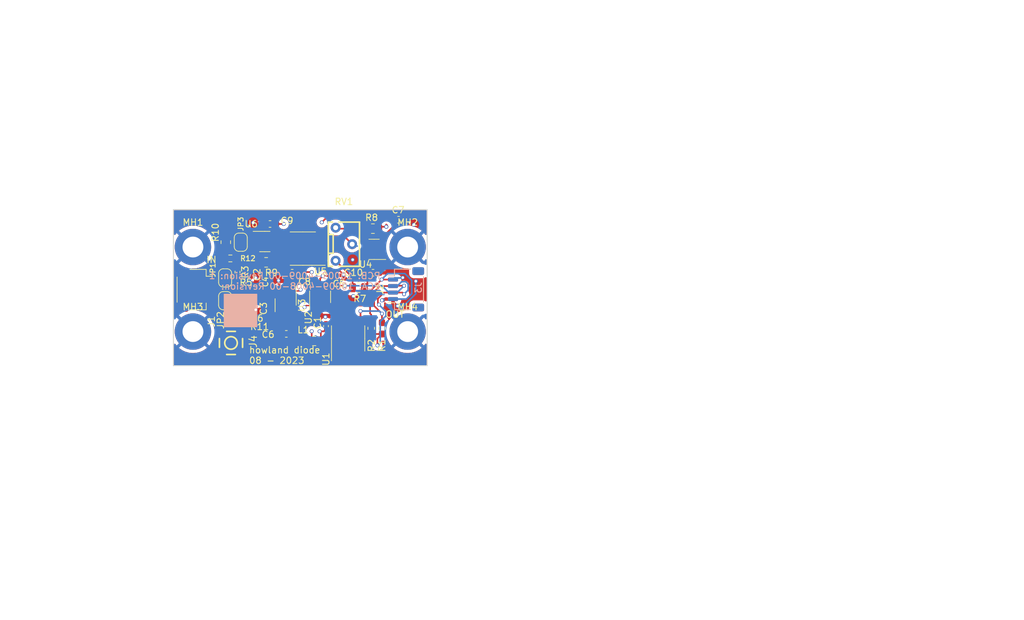
<source format=kicad_pcb>
(kicad_pcb (version 20221018) (generator pcbnew)
  (layers (0 "F.Cu" signal) (1 "In1.Cu" signal) (2 "In2.Cu" power) (31 "B.Cu" power) (34 "B.Paste" user) (35 "F.Paste" user) (36 "B.SilkS" user "B.Silkscreen") (37 "F.SilkS" user "F.Silkscreen") (38 "B.Mask" user) (39 "F.Mask" user) (44 "Edge.Cuts" user))
  (net 0 "")
  (net 1 "GND")
  (net 2 "/Channel1/V+")
  (net 3 "/Channel1/buffer/in+")
  (net 4 "/Channel1/buffer/in-")
  (net 5 "/Channel1/V-")
  (net 6 "+3V3")
  (net 7 "VD")
  (net 8 "/Channel1/I+")
  (net 9 "/Channel1/I-")
  (net 10 "Net-(JP3-A)")
  (net 11 "/Channel1/buffer/out-")
  (net 12 "/Channel1/buffer/out+")
  (net 13 "Net-(JP3-B)")
  (net 14 "GNDPWR")
  (net 15 "/scl-rx")
  (net 16 "/sda-tx")
  (net 17 "Net-(U4-OUT_F)")
  (net 18 "Net-(R7-Pad2)")
  (net 19 "Net-(R8-Pad1)")
  (net 21 "Net-(R10-Pad2)")
  (net 22 "Net-(U5-+)")
  (net 26 "Net-(U5-Ref)")
  (footprint "MountingHole:MountingHole_3.2mm_M3_DIN965_Pad" (layer "F.Cu") (at 103 84)
    (fp_text reference "MH1" (at 0 -3.8) (layer "F.SilkS"))
    (fp_text value "MountingHole")
    (pad "1" thru_hole circle (at 0 0) (size 5.6 5.6) (drill 3.2) (layers "*.Cu" "*.Mask") (net 14 "GNDPWR"))
  )
  (footprint "MountingHole:MountingHole_3.2mm_M3_DIN965_Pad" (layer "F.Cu") (at 136 84)
    (fp_text reference "MH2" (at 0 -3.8) (layer "F.SilkS"))
    (fp_text value "MountingHole")
    (pad "1" thru_hole circle (at 0 0) (size 5.6 5.6) (drill 3.2) (layers "*.Cu" "*.Mask") (net 14 "GNDPWR"))
  )
  (footprint "MountingHole:MountingHole_3.2mm_M3_DIN965_Pad" (layer "F.Cu") (at 103 97)
    (fp_text reference "MH3" (at 0 -3.8) (layer "F.SilkS"))
    (fp_text value "MountingHole")
    (pad "1" thru_hole circle (at 0 0) (size 5.6 5.6) (drill 3.2) (layers "*.Cu" "*.Mask") (net 14 "GNDPWR"))
  )
  (footprint "MountingHole:MountingHole_3.2mm_M3_DIN965_Pad" (layer "F.Cu") (at 136 97)
    (fp_text reference "MH4" (at 0 -3.8) (layer "F.SilkS"))
    (fp_text value "MountingHole")
    (pad "1" thru_hole circle (at 0 0) (size 5.6 5.6) (drill 3.2) (layers "*.Cu" "*.Mask") (net 14 "GNDPWR"))
  )
  (footprint "Resistor_SMD:R_0402_1005Metric" (layer "F.Cu") (at 110.765 90.55 180)
    (fp_text reference "R5" (at -0.385 1.1) (layer "F.SilkS"))
    (fp_text value "100K")
    (pad "1" smd roundrect (at -0.485 0 180) (size 0.59 0.64) (layers "F.Cu" "F.Paste" "F.Mask") (net 3 "/Channel1/buffer/in+"))
    (pad "2" smd roundrect (at 0.485 0 180) (size 0.59 0.64) (layers "F.Cu" "F.Paste" "F.Mask") (net 2 "/Channel1/V+"))
  )
  (footprint "Resistor_SMD:R_0402_1005Metric" (layer "F.Cu") (at 110.75 91.65 180)
    (fp_text reference "R6" (at -2.1 -3.3) (layer "F.SilkS"))
    (fp_text value "100K")
    (pad "1" smd roundrect (at -0.485 0 180) (size 0.59 0.64) (layers "F.Cu" "F.Paste" "F.Mask") (net 4 "/Channel1/buffer/in-"))
    (pad "2" smd roundrect (at 0.485 0 180) (size 0.59 0.64) (layers "F.Cu" "F.Paste" "F.Mask") (net 5 "/Channel1/V-"))
  )
  (footprint "Inductor_SMD:L_0805_2012Metric_Pad1.15x1.40mm_HandSolder" (layer "F.Cu") (at 121.635 98.45 180)
    (fp_text reference "L1" (at 1.685 1.7) (layer "F.SilkS"))
    (fp_text value "MMZ2012Y202B ")
    (pad "1" smd roundrect (at -1.025 0 180) (size 1.15 1.4) (layers "F.Cu" "F.Paste" "F.Mask") (roundrect_rratio 0.2173913043) (net 7 "VD"))
    (pad "2" smd roundrect (at 1.025 0 180) (size 1.15 1.4) (layers "F.Cu" "F.Paste" "F.Mask") (roundrect_rratio 0.2173913043) (net 6 "+3V3"))
  )
  (footprint "Capacitor_SMD:C_0402_1005Metric" (layer "F.Cu") (at 112.65 90.05 -90)
    (fp_text reference "C2" (at -1.8 -0.2 90) (layer "F.SilkS"))
    (fp_text value "100nF")
    (pad "1" smd roundrect (at -0.485 0 270) (size 0.59 0.64) (layers "F.Cu" "F.Paste" "F.Mask") (net 1 "GND"))
    (pad "2" smd roundrect (at 0.485 0 270) (size 0.59 0.64) (layers "F.Cu" "F.Paste" "F.Mask") (net 3 "/Channel1/buffer/in+"))
  )
  (footprint "Capacitor_SMD:C_0402_1005Metric" (layer "F.Cu") (at 112.65 92.135 -90)
    (fp_text reference "C3" (at 1.315 -1.2 90) (layer "F.SilkS"))
    (fp_text value "100nF")
    (pad "1" smd roundrect (at -0.485 0 270) (size 0.59 0.64) (layers "F.Cu" "F.Paste" "F.Mask") (net 4 "/Channel1/buffer/in-"))
    (pad "2" smd roundrect (at 0.485 0 270) (size 0.59 0.64) (layers "F.Cu" "F.Paste" "F.Mask") (net 1 "GND"))
  )
  (footprint "Capacitor_SMD:C_0402_1005Metric" (layer "F.Cu") (at 114.05 91.075 -90)
    (fp_text reference "C4" (at -1.725 -0.1 90) (layer "F.SilkS") (effects (font (size 0.8 0.8))))
    (fp_text value "1uF")
    (pad "1" smd roundrect (at -0.485 0 270) (size 0.59 0.64) (layers "F.Cu" "F.Paste" "F.Mask") (net 3 "/Channel1/buffer/in+"))
    (pad "2" smd roundrect (at 0.485 0 270) (size 0.59 0.64) (layers "F.Cu" "F.Paste" "F.Mask") (net 4 "/Channel1/buffer/in-"))
  )
  (footprint "Capacitor_SMD:C_0402_1005Metric" (layer "F.Cu") (at 124.65 88.35)
    (fp_text reference "C5" (at 0.8 1.3) (layer "F.SilkS"))
    (fp_text value "100nF")
    (pad "1" smd roundrect (at -0.485 0) (size 0.59 0.64) (layers "F.Cu" "F.Paste" "F.Mask") (net 7 "VD"))
    (pad "2" smd roundrect (at 0.485 0) (size 0.59 0.64) (layers "F.Cu" "F.Paste" "F.Mask") (net 1 "GND"))
  )
  (footprint "Connector_JST:JST_SH_SM04B-SRSS-TB_1x04-1MP_P1.00mm_Horizontal" (layer "F.Cu") (at 103.25 90.55 -90)
    (fp_text reference "J1" (at 4.9 -2.6 90) (layer "F.SilkS"))
    (fp_text value "Conn_01x04")
    (pad "1" smd roundrect (at -1.5 -2 270) (size 0.6 1.55) (layers "F.Cu" "F.Paste" "F.Mask") (net 8 "/Channel1/I+"))
    (pad "2" smd roundrect (at -0.5 -2 270) (size 0.6 1.55) (layers "F.Cu" "F.Paste" "F.Mask") (net 2 "/Channel1/V+"))
    (pad "3" smd roundrect (at 0.5 -2 270) (size 0.6 1.55) (layers "F.Cu" "F.Paste" "F.Mask") (net 5 "/Channel1/V-"))
    (pad "4" smd roundrect (at 1.5 -2 270) (size 0.6 1.55) (layers "F.Cu" "F.Paste" "F.Mask") (net 9 "/Channel1/I-"))
    (pad "MP" smd roundrect (at -2.8 1.875 270) (size 1.2 1.8) (layers "F.Cu" "F.Paste" "F.Mask") (roundrect_rratio 0.2083333333))
    (pad "MP" smd roundrect (at 2.8 1.875 270) (size 1.2 1.8) (layers "F.Cu" "F.Paste" "F.Mask") (roundrect_rratio 0.2083333333))
  )
  (footprint "Jumper:SolderJumper-2_P1.3mm_Open_RoundedPad1.0x1.5mm" (layer "F.Cu") (at 107.95 88.75 -90)
    (fp_text reference "JP1" (at -1.2 1.9 90) (layer "F.SilkS") (effects (font (size 0.8 0.8))))
    (fp_text value "Jumper_NO_Small")
    (pad "1" smd custom (at -0.65 0 270) (size 1 0.5) (layers "F.Cu" "F.Mask") (net 8 "/Channel1/I+") (options (clearance outline) (anchor rect)) (primitives (gr_circle (center 0 0.25) (end 0.5 0.25) (width 0) (fill yes)) (gr_circle (center 0 -0.25) (end 0.5 -0.25) (width 0) (fill yes)) (gr_poly (pts (xy 0 -0.75) (xy 0.5 -0.75) (xy 0.5 0.75) (xy 0 0.75)) (width 0) (fill yes))))
    (pad "2" smd custom (at 0.65 0 270) (size 1 0.5) (layers "F.Cu" "F.Mask") (net 2 "/Channel1/V+") (options (clearance outline) (anchor rect)) (primitives (gr_circle (center 0 0.25) (end 0.5 0.25) (width 0) (fill yes)) (gr_circle (center 0 -0.25) (end 0.5 -0.25) (width 0) (fill yes)) (gr_poly (pts (xy 0 -0.75) (xy -0.5 -0.75) (xy -0.5 0.75) (xy 0 0.75)) (width 0) (fill yes))))
  )
  (footprint "Jumper:SolderJumper-2_P1.3mm_Open_RoundedPad1.0x1.5mm" (layer "F.Cu") (at 107.95 92.25 -90)
    (fp_text reference "JP2" (at 3 0.7 90) (layer "F.SilkS"))
    (fp_text value "Jumper_NO_Small")
    (pad "1" smd custom (at -0.65 0 270) (size 1 0.5) (layers "F.Cu" "F.Mask") (net 5 "/Channel1/V-") (options (clearance outline) (anchor rect)) (primitives (gr_circle (center 0 0.25) (end 0.5 0.25) (width 0) (fill yes)) (gr_circle (center 0 -0.25) (end 0.5 -0.25) (width 0) (fill yes)) (gr_poly (pts (xy 0 -0.75) (xy 0.5 -0.75) (xy 0.5 0.75) (xy 0 0.75)) (width 0) (fill yes))))
    (pad "2" smd custom (at 0.65 0 270) (size 1 0.5) (layers "F.Cu" "F.Mask") (net 9 "/Channel1/I-") (options (clearance outline) (anchor rect)) (primitives (gr_circle (center 0 0.25) (end 0.5 0.25) (width 0) (fill yes)) (gr_circle (center 0 -0.25) (end 0.5 -0.25) (width 0) (fill yes)) (gr_poly (pts (xy 0 -0.75) (xy -0.5 -0.75) (xy -0.5 0.75) (xy 0 0.75)) (width 0) (fill yes))))
  )
  (footprint "Resistor_SMD:R_0603_1608Metric_Pad1.05x0.95mm_HandSolder" (layer "F.Cu") (at 132.05 96.5 90)
    (fp_text reference "R1" (at -2.65 0 90) (layer "F.SilkS"))
    (fp_text value "10K")
    (pad "1" smd roundrect (at -0.875 0 90) (size 1.05 0.95) (layers "F.Cu" "F.Paste" "F.Mask") (net 7 "VD"))
    (pad "2" smd roundrect (at 0.875 0 90) (size 1.05 0.95) (layers "F.Cu" "F.Paste" "F.Mask") (net 16 "/sda-tx"))
  )
  (footprint "Resistor_SMD:R_0603_1608Metric_Pad1.05x0.95mm_HandSolder" (layer "F.Cu") (at 130.4 96.5 90)
    (fp_text reference "R2" (at -2.65 0.05 90) (layer "F.SilkS"))
    (fp_text value "10K")
    (pad "1" smd roundrect (at -0.875 0 90) (size 1.05 0.95) (layers "F.Cu" "F.Paste" "F.Mask") (net 7 "VD"))
    (pad "2" smd roundrect (at 0.875 0 90) (size 1.05 0.95) (layers "F.Cu" "F.Paste" "F.Mask") (net 15 "/scl-rx"))
  )
  (footprint "Connector_JST:JST_SH_SM04B-SRSS-TB_1x04-1MP_P1.00mm_Horizontal" (layer "F.Cu") (at 135.75 90.5 90)
    (fp_text reference "J2" (at 0 -3.98 90) (layer "F.SilkS"))
    (fp_text value "JST_SH_Conn_01x04_i2c_horizontal")
    (pad "1" smd roundrect (at -1.5 -2 90) (size 0.6 1.55) (layers "F.Cu" "F.Paste" "F.Mask") (net 1 "GND"))
    (pad "2" smd roundrect (at -0.5 -2 90) (size 0.6 1.55) (layers "F.Cu" "F.Paste" "F.Mask") (net 7 "VD"))
    (pad "3" smd roundrect (at 0.5 -2 90) (size 0.6 1.55) (layers "F.Cu" "F.Paste" "F.Mask") (net 16 "/sda-tx"))
    (pad "4" smd roundrect (at 1.5 -2 90) (size 0.6 1.55) (layers "F.Cu" "F.Paste" "F.Mask") (net 15 "/scl-rx"))
    (pad "MP" smd roundrect (at -2.8 1.875 90) (size 1.2 1.8) (layers "F.Cu" "F.Paste" "F.Mask") (roundrect_rratio 0.2083333333))
    (pad "MP" smd roundrect (at 2.8 1.875 90) (size 1.2 1.8) (layers "F.Cu" "F.Paste" "F.Mask") (roundrect_rratio 0.2083333333))
  )
  (footprint "Package_SO:VSSOP-8_3.0x3.0mm_P0.65mm" (layer "F.Cu") (at 117.25 92.95 -90)
    (fp_text reference "U3" (at 0 -2.5 -90) (layer "F.SilkS"))
    (fp_text value "TLV2782IDGKR")
    (pad "1" smd rect (at -2.2 -0.975 180) (size 0.45 1.45) (layers "F.Cu" "F.Paste" "F.Mask") (net 12 "/Channel1/buffer/out+"))
    (pad "2" smd rect (at -2.2 -0.325 180) (size 0.45 1.45) (layers "F.Cu" "F.Paste" "F.Mask") (net 12 "/Channel1/buffer/out+"))
    (pad "3" smd rect (at -2.2 0.325 180) (size 0.45 1.45) (layers "F.Cu" "F.Paste" "F.Mask") (net 3 "/Channel1/buffer/in+"))
    (pad "4" smd rect (at -2.2 0.975 180) (size 0.45 1.45) (layers "F.Cu" "F.Paste" "F.Mask") (net 1 "GND"))
    (pad "5" smd rect (at 2.2 0.975 180) (size 0.45 1.45) (layers "F.Cu" "F.Paste" "F.Mask") (net 4 "/Channel1/buffer/in-"))
    (pad "6" smd rect (at 2.2 0.325 180) (size 0.45 1.45) (layers "F.Cu" "F.Paste" "F.Mask") (net 11 "/Channel1/buffer/out-"))
    (pad "7" smd rect (at 2.2 -0.325 180) (size 0.45 1.45) (layers "F.Cu" "F.Paste" "F.Mask") (net 11 "/Channel1/buffer/out-"))
    (pad "8" smd rect (at 2.2 -0.975 180) (size 0.45 1.45) (layers "F.Cu" "F.Paste" "F.Mask") (net 6 "+3V3"))
  )
  (footprint "Package_TO_SOT_SMD:TSOT-23-5" (layer "F.Cu") (at 114.05 83.15)
    (fp_text reference "U6" (at -2.1 -2.7) (layer "F.SilkS"))
    (fp_text value "AD8628")
    (pad "1" smd roundrect (at -1.1375 -0.95) (size 1.325 0.6) (layers "F.Cu" "F.Paste" "F.Mask") (net 26 "Net-(U5-Ref)"))
    (pad "2" smd roundrect (at -1.1375 0) (size 1.325 0.6) (layers "F.Cu" "F.Paste" "F.Mask") (net 1 "GND"))
    (pad "3" smd roundrect (at -1.1375 0.95) (size 1.325 0.6) (layers "F.Cu" "F.Paste" "F.Mask") (net 8 "/Channel1/I+"))
    (pad "4" smd roundrect (at 1.1375 0.95) (size 1.325 0.6) (layers "F.Cu" "F.Paste" "F.Mask") (net 26 "Net-(U5-Ref)"))
    (pad "5" smd roundrect (at 1.1375 -0.95) (size 1.325 0.6) (layers "F.Cu" "F.Paste" "F.Mask") (net 6 "+3V3"))
  )
  (footprint "Package_TO_SOT_SMD:SOT-23-6" (layer "F.Cu") (at 130.84 84.35 180)
    (fp_text reference "U4" (at 1.3 -2.3) (layer "F.SilkS"))
    (fp_text value "REF3425IDBVR")
    (pad "1" smd roundrect (at -1.1375 -0.95 180) (size 1.325 0.6) (layers "F.Cu" "F.Paste" "F.Mask") (net 1 "GND"))
    (pad "2" smd roundrect (at -1.1375 0 180) (size 1.325 0.6) (layers "F.Cu" "F.Paste" "F.Mask") (net 1 "GND"))
    (pad "3" smd roundrect (at -1.1375 0.95 180) (size 1.325 0.6) (layers "F.Cu" "F.Paste" "F.Mask") (net 6 "+3V3"))
    (pad "4" smd roundrect (at 1.1375 0.95 180) (size 1.325 0.6) (layers "F.Cu" "F.Paste" "F.Mask") (net 6 "+3V3"))
    (pad "5" smd roundrect (at 1.1375 0 180) (size 1.325 0.6) (layers "F.Cu" "F.Paste" "F.Mask") (net 17 "Net-(U4-OUT_F)"))
    (pad "6" smd roundrect (at 1.1375 -0.95 180) (size 1.325 0.6) (layers "F.Cu" "F.Paste" "F.Mask") (net 17 "Net-(U4-OUT_F)"))
  )
  (footprint "Resistor_SMD:R_0402_1005Metric" (layer "F.Cu") (at 109.85 87.85 -90)
    (fp_text reference "R3" (at 0 -1.17 90) (layer "F.SilkS"))
    (fp_text value "1M")
    (pad "1" smd roundrect (at -0.51 0 270) (size 0.54 0.64) (layers "F.Cu" "F.Paste" "F.Mask") (net 8 "/Channel1/I+"))
    (pad "2" smd roundrect (at 0.51 0 270) (size 0.54 0.64) (layers "F.Cu" "F.Paste" "F.Mask") (net 2 "/Channel1/V+"))
  )
  (footprint "0my_footprints6:MMCX-SMD_KH-MMCX-KE-STM" (layer "F.Cu") (at 108.85 98.75 -90)
    (fp_text reference "J4" (at -1.3 -3.4 90) (layer "F.SilkS") (effects (font (size 1.143 1.143) (thickness 0.152)) (justify right)))
    (fp_text value "MMCX-KE-STM" hide)
    (pad "1" smd circle (at 0 0 270) (size 1 1) (layers "F.Cu" "F.Paste" "F.Mask") (net 9 "/Channel1/I-"))
    (pad "2" smd rect (at -1.4 -1.4 270) (size 1 1) (layers "F.Cu" "F.Paste" "F.Mask") (net 1 "GND"))
    (pad "2" smd rect (at -1.4 1.4 270) (size 1 1) (layers "F.Cu" "F.Paste" "F.Mask") (net 1 "GND"))
    (pad "2" smd rect (at 1.4 -1.4 270) (size 1 1) (layers "F.Cu" "F.Paste" "F.Mask") (net 1 "GND"))
    (pad "2" smd rect (at 1.4 1.4 270) (size 1 1) (layers "F.Cu" "F.Paste" "F.Mask") (net 1 "GND"))
  )
  (footprint "Package_TO_SOT_SMD:SOT-23-6_Handsoldering" (layer "F.Cu") (at 122.55 91.65 90)
    (fp_text reference "U2" (at -3.2 -1.8 90) (layer "F.SilkS"))
    (fp_text value "MCP3421A0T-ECH")
    (pad "1" smd rect (at -1.35 -0.95 90) (size 1.56 0.65) (layers "F.Cu" "F.Paste" "F.Mask") (net 12 "/Channel1/buffer/out+"))
    (pad "2" smd rect (at -1.35 0 90) (size 1.56 0.65) (layers "F.Cu" "F.Paste" "F.Mask") (net 1 "GND"))
    (pad "3" smd rect (at -1.35 0.95 90) (size 1.56 0.65) (layers "F.Cu" "F.Paste" "F.Mask") (net 15 "/scl-rx"))
    (pad "4" smd rect (at 1.35 0.95 90) (size 1.56 0.65) (layers "F.Cu" "F.Paste" "F.Mask") (net 16 "/sda-tx"))
    (pad "5" smd rect (at 1.35 0 90) (size 1.56 0.65) (layers "F.Cu" "F.Paste" "F.Mask") (net 7 "VD"))
    (pad "6" smd rect (at 1.35 -0.95 90) (size 1.56 0.65) (layers "F.Cu" "F.Paste" "F.Mask") (net 11 "/Channel1/buffer/out-"))
  )
  (footprint "Capacitor_SMD:C_0402_1005Metric" (layer "F.Cu") (at 123.45 96.15 90)
    (fp_text reference "C1" (at 0.5 -1.3 90) (layer "F.SilkS"))
    (fp_text value "100nF")
    (pad "1" smd roundrect (at -0.48 0 90) (size 0.56 0.62) (layers "F.Cu" "F.Paste" "F.Mask") (net 7 "VD"))
    (pad "2" smd roundrect (at 0.48 0 90) (size 0.56 0.62) (layers "F.Cu" "F.Paste" "F.Mask"))
  )
  (footprint "Resistor_SMD:R_0603_1608Metric_Pad0.98x0.95mm_HandSolder" (layer "F.Cu") (at 108.75 85.75 180)
    (fp_text reference "R12" (at -2.7 0) (layer "F.SilkS") (effects (font (size 0.8 0.8))))
    (fp_text value "0")
    (pad "1" smd roundrect (at -0.9125 0 180) (size 0.975 0.95) (layers "F.Cu" "F.Paste" "F.Mask") (net 21 "Net-(R10-Pad2)"))
    (pad "2" smd roundrect (at 0.9125 0 180) (size 0.975 0.95) (layers "F.Cu" "F.Paste" "F.Mask") (net 8 "/Channel1/I+"))
  )
  (footprint "Package_SO:SOIC-8_3.9x4.9mm_P1.27mm" (layer "F.Cu") (at 126.85 98.05 90)
    (fp_text reference "U1" (at -3.2 -3.4 90) (layer "F.SilkS"))
    (fp_text value "FM24V05")
    (pad "1" smd roundrect (at -2.475 -1.905 90) (size 1.95 0.6) (layers "F.Cu" "F.Paste" "F.Mask") (net 1 "GND"))
    (pad "2" smd roundrect (at -2.475 -0.635 90) (size 1.95 0.6) (layers "F.Cu" "F.Paste" "F.Mask") (net 1 "GND"))
    (pad "3" smd roundrect (at -2.475 0.635 90) (size 1.95 0.6) (layers "F.Cu" "F.Paste" "F.Mask") (net 1 "GND"))
    (pad "4" smd roundrect (at -2.475 1.905 90) (size 1.95 0.6) (layers "F.Cu" "F.Paste" "F.Mask") (net 1 "GND"))
    (pad "5" smd roundrect (at 2.475 1.905 90) (size 1.95 0.6) (layers "F.Cu" "F.Paste" "F.Mask") (net 16 "/sda-tx"))
    (pad "6" smd roundrect (at 2.475 0.635 90) (size 1.95 0.6) (layers "F.Cu" "F.Paste" "F.Mask") (net 15 "/scl-rx"))
    (pad "7" smd roundrect (at 2.475 -0.635 90) (size 1.95 0.6) (layers "F.Cu" "F.Paste" "F.Mask"))
    (pad "8" smd roundrect (at 2.475 -1.905 90) (size 1.95 0.6) (layers "F.Cu" "F.Paste" "F.Mask") (net 7 "VD"))
  )
  (footprint "Resistor_SMD:R_0805_2012Metric" (layer "F.Cu") (at 130.66 81.17)
    (fp_text reference "R8" (at -0.2 -1.7) (layer "F.SilkS"))
    (fp_text value "10K")
    (pad "1" smd roundrect (at -0.9125 0) (size 1.025 1.4) (layers "F.Cu" "F.Paste" "F.Mask") (roundrect_rratio 0.243902439) (net 19 "Net-(R8-Pad1)"))
    (pad "2" smd roundrect (at 0.9125 0) (size 1.025 1.4) (layers "F.Cu" "F.Paste" "F.Mask") (roundrect_rratio 0.243902439) (net 1 "GND"))
  )
  (footprint "0_Library:RES-ADJ-TH_3362X" (layer "F.Cu") (at 126.2 83.56)
    (fp_text reference "RV1" (at 0 -6.54) (layer "F.SilkS"))
    (fp_text value "R_Potentiometer_Trim")
    (pad "1" thru_hole circle (at -1.27 2.54 270) (size 1.52 1.52) (drill 0.762) (layers "*.Cu" "*.Mask") (net 18 "Net-(R7-Pad2)"))
    (pad "2" thru_hole circle (at 1.27 0 270) (size 1.52 1.52) (drill 0.762) (layers "*.Cu" "*.Mask") (net 22 "Net-(U5-+)"))
    (pad "3" thru_hole circle (at -1.27 -2.54 270) (size 1.52 1.52) (drill 0.762) (layers "*.Cu" "*.Mask") (net 19 "Net-(R8-Pad1)"))
  )
  (footprint "Package_SO:SOIC-8_3.9x4.9mm_P1.27mm" (layer "F.Cu") (at 119.89 84.24 180)
    (fp_text reference "U5" (at -2.7 -3.5) (layer "F.SilkS"))
    (fp_text value "INA826")
    (pad "1" smd roundrect (at -2.475 -1.905 180) (size 1.95 0.6) (layers "F.Cu" "F.Paste" "F.Mask") (net 1 "GND"))
    (pad "2" smd roundrect (at -2.475 -0.635 180) (size 1.95 0.6) (layers "F.Cu" "F.Paste" "F.Mask"))
    (pad "3" smd roundrect (at -2.475 0.635 180) (size 1.95 0.6) (layers "F.Cu" "F.Paste" "F.Mask"))
    (pad "4" smd roundrect (at -2.475 1.905 180) (size 1.95 0.6) (layers "F.Cu" "F.Paste" "F.Mask") (net 22 "Net-(U5-+)"))
    (pad "5" smd roundrect (at 2.475 1.905 180) (size 1.95 0.6) (layers "F.Cu" "F.Paste" "F.Mask") (net 1 "GND"))
    (pad "6" smd roundrect (at 2.475 0.635 180) (size 1.95 0.6) (layers "F.Cu" "F.Paste" "F.Mask") (net 26 "Net-(U5-Ref)"))
    (pad "7" smd roundrect (at 2.475 -0.635 180) (size 1.95 0.6) (layers "F.Cu" "F.Paste" "F.Mask") (net 10 "Net-(JP3-A)"))
    (pad "8" smd roundrect (at 2.475 -1.905 180) (size 1.95 0.6) (layers "F.Cu" "F.Paste" "F.Mask") (net 6 "+3V3"))
  )
  (footprint "Capacitor_SMD:C_0603_1608Metric_Pad1.08x0.95mm_HandSolder" (layer "F.Cu") (at 118.25 87.95)
    (fp_text reference "C8" (at 1.9 1.4) (layer "F.SilkS"))
    (fp_text value "100nF")
    (pad "1" smd roundrect (at -0.8625 0) (size 1.075 0.95) (layers "F.Cu" "F.Paste" "F.Mask") (net 1 "GND"))
    (pad "2" smd roundrect (at 0.8625 0) (size 1.075 0.95) (layers "F.Cu" "F.Paste" "F.Mask") (net 6 "+3V3"))
  )
  (footprint "Resistor_SMD:R_0805_2012Metric" (layer "F.Cu") (at 110.05 95.35 180)
    (fp_text reference "R11" (at -3.2 -0.9) (layer "F.SilkS"))
    (fp_text value "10K")
    (pad "1" smd roundrect (at -0.9125 0 180) (size 1.025 1.4) (layers "F.Cu" "F.Paste" "F.Mask") (roundrect_rratio 0.243902439) (net 1 "GND"))
    (pad "2" smd roundrect (at 0.9125 0 180) (size 1.025 1.4) (layers "F.Cu" "F.Paste" "F.Mask") (roundrect_rratio 0.243902439) (net 9 "/Channel1/I-"))
  )
  (footprint "Resistor_SMD:R_0805_2012Metric" (layer "F.Cu") (at 108.05 83.25 -90)
    (fp_text reference "R10" (at -1.5 1.6 90) (layer "F.SilkS"))
    (fp_text value "12.7M")
    (pad "1" smd roundrect (at -0.9125 0 270) (size 1.025 1.4) (layers "F.Cu" "F.Paste" "F.Mask") (roundrect_rratio 0.243902439) (net 13 "Net-(JP3-B)"))
    (pad "2" smd roundrect (at 0.9125 0 270) (size 1.025 1.4) (layers "F.Cu" "F.Paste" "F.Mask") (roundrect_rratio 0.243902439) (net 21 "Net-(R10-Pad2)"))
  )
  (footprint "Resistor_SMD:R_0805_2012Metric" (layer "F.Cu") (at 128.45 90.25 180)
    (fp_text reference "R7" (at -0.2 -1.7) (layer "F.SilkS"))
    (fp_text value "10K")
    (pad "1" smd roundrect (at -0.9125 0 180) (size 1.025 1.4) (layers "F.Cu" "F.Paste" "F.Mask") (roundrect_rratio 0.243902439) (net 17 "Net-(U4-OUT_F)"))
    (pad "2" smd roundrect (at 0.9125 0 180) (size 1.025 1.4) (layers "F.Cu" "F.Paste" "F.Mask") (roundrect_rratio 0.243902439) (net 18 "Net-(R7-Pad2)"))
  )
  (footprint "Resistor_SMD:R_0805_2012Metric" (layer "F.Cu") (at 114.25 86.35 180)
    (fp_text reference "R9" (at -0.8 -1.6) (layer "F.SilkS"))
    (fp_text value "125K")
    (pad "1" smd roundrect (at -0.9125 0 180) (size 1.025 1.4) (layers "F.Cu" "F.Paste" "F.Mask") (roundrect_rratio 0.243902439) (net 10 "Net-(JP3-A)"))
    (pad "2" smd roundrect (at 0.9125 0 180) (size 1.025 1.4) (layers "F.Cu" "F.Paste" "F.Mask") (roundrect_rratio 0.243902439) (net 21 "Net-(R10-Pad2)"))
  )
  (footprint "Resistor_SMD:R_0402_1005Metric" (layer "F.Cu") (at 110.05 93.25 -90)
    (fp_text reference "R4" (at -0.1 -1.2 -90) (layer "F.SilkS"))
    (fp_text value "1M")
    (pad "1" smd roundrect (at -0.51 0 270) (size 0.54 0.64) (layers "F.Cu" "F.Paste" "F.Mask") (net 5 "/Channel1/V-"))
    (pad "2" smd roundrect (at 0.51 0 270) (size 0.54 0.64) (layers "F.Cu" "F.Paste" "F.Mask") (net 9 "/Channel1/I-"))
  )
  (footprint "Capacitor_SMD:C_0603_1608Metric_Pad1.08x0.95mm_HandSolder" (layer "F.Cu") (at 117.35 97.35 180)
    (fp_text reference "C6" (at 2.8 -0.1) (layer "F.SilkS"))
    (fp_text value "100nF")
    (pad "1" smd roundrect (at -0.8625 0 180) (size 1.075 0.95) (layers "F.Cu" "F.Paste" "F.Mask") (net 6 "+3V3"))
    (pad "2" smd roundrect (at 0.8625 0 180) (size 1.075 0.95) (layers "F.Cu" "F.Paste" "F.Mask") (net 1 "GND"))
  )
  (footprint "Jumper:SolderJumper-2_P1.3mm_Open_RoundedPad1.0x1.5mm" (layer "F.Cu") (at 110.35 83.25 90)
    (fp_text reference "JP3" (at 2.8 0 90) (layer "F.SilkS") (effects (font (size 0.8 0.8))))
    (fp_text value "Jumper_2_Open")
    (pad "1" smd custom (at -0.65 0 90) (size 1 0.5) (layers "F.Cu" "F.Mask") (net 10 "Net-(JP3-A)") (options (clearance outline) (anchor rect)) (primitives (gr_circle (center 0 0.25) (end 0.5 0.25) (width 0) (fill yes)) (gr_circle (center 0 -0.25) (end 0.5 -0.25) (width 0) (fill yes)) (gr_poly (pts (xy 0.5 0.75) (xy 0 0.75) (xy 0 -0.75) (xy 0.5 -0.75)) (width 0) (fill yes))))
    (pad "2" smd custom (at 0.65 0 90) (size 1 0.5) (layers "F.Cu" "F.Mask") (net 13 "Net-(JP3-B)") (options (clearance outline) (anchor rect)) (primitives (gr_circle (center 0 0.25) (end 0.5 0.25) (width 0) (fill yes)) (gr_circle (center 0 -0.25) (end 0.5 -0.25) (width 0) (fill yes)) (gr_poly (pts (xy 0 0.75) (xy -0.5 0.75) (xy -0.5 -0.75) (xy 0 -0.75)) (width 0) (fill yes))))
  )
  (footprint "Capacitor_SMD:C_0603_1608Metric_Pad1.08x0.95mm_HandSolder" (layer "F.Cu") (at 130.675 87.955)
    (fp_text reference "C10" (at -3 -0.03) (layer "F.SilkS"))
    (fp_text value "100nF")
    (pad "1" smd roundrect (at -0.8625 0) (size 1.075 0.95) (layers "F.Cu" "F.Paste" "F.Mask") (net 17 "Net-(U4-OUT_F)"))
    (pad "2" smd roundrect (at 0.8625 0) (size 1.075 0.95) (layers "F.Cu" "F.Paste" "F.Mask") (net 1 "GND"))
  )
  (footprint "Capacitor_SMD:C_0603_1608Metric_Pad1.08x0.95mm_HandSolder" (layer "F.Cu") (at 114.85 80.45)
    (fp_text reference "C9" (at 2.6 -0.5) (layer "F.SilkS"))
    (fp_text value "100nF")
    (pad "1" smd roundrect (at -0.8625 0) (size 1.075 0.95) (layers "F.Cu" "F.Paste" "F.Mask") (net 1 "GND"))
    (pad "2" smd roundrect (at 0.8625 0) (size 1.075 0.95) (layers "F.Cu" "F.Paste" "F.Mask") (net 6 "+3V3"))
  )
  (footprint "Capacitor_SMD:C_0603_1608Metric_Pad1.08x0.95mm_HandSolder" (layer "F.Cu") (at 134.6 79.8 180)
    (fp_text reference "C7" (at 0.0625 1.5) (layer "F.SilkS"))
    (fp_text value "100nF")
    (pad "1" smd roundrect (at -0.8625 0 180) (size 1.075 0.95) (layers "F.Cu" "F.Paste" "F.Mask") (net 1 "GND"))
    (pad "2" smd roundrect (at 0.8625 0 180) (size 1.075 0.95) (layers "F.Cu" "F.Paste" "F.Mask") (net 6 "+3V3"))
  )
  (footprint "Connector_JST:JST_SH_SM04B-SRSS-TB_1x04-1MP_P1.00mm_Horizontal" (layer "B.Cu") (at 135.75 90.5 -90)
    (fp_text reference "J3" (at -0.26 -1.9 90) (layer "B.SilkS") (effects (justify mirror)))
    (fp_text value "JST_SH_Conn_01x04_i2c_horizontal")
    (pad "1" smd roundrect (at -1.5 2 270) (size 0.6 1.55) (layers "B.Cu" "B.Paste" "B.Mask") (net 1 "GND"))
    (pad "2" smd roundrect (at -0.5 2 270) (size 0.6 1.55) (layers "B.Cu" "B.Paste" "B.Mask") (net 7 "VD"))
    (pad "3" smd roundrect (at 0.5 2 270) (size 0.6 1.55) (layers "B.Cu" "B.Paste" "B.Mask") (net 16 "/sda-tx"))
    (pad "4" smd roundrect (at 1.5 2 270) (size 0.6 1.55) (layers "B.Cu" "B.Paste" "B.Mask") (net 15 "/scl-rx"))
    (pad "MP" smd roundrect (at -2.8 -1.875 270) (size 1.2 1.8) (layers "B.Cu" "B.Paste" "B.Mask") (roundrect_rratio 0.2083333333))
    (pad "MP" smd roundrect (at 2.8 -1.875 270) (size 1.2 1.8) (layers "B.Cu" "B.Paste" "B.Mask") (roundrect_rratio 0.2083333333))
  )
  (gr_rect (start 107.81 91.26) (end 112.81 96.26) (stroke (width 0.15)) (fill solid) (layer "B.SilkS"))
  (gr_rect (start 100 78.25) (end 139 102.25) (stroke (width 0.15)) (fill none) (layer "Edge.Cuts"))
  (gr_text "PCB: 10009-4009-00 Revision: 1\nPCA: 10009-4008-00 Revision: " (at 131.91 90.62) (layer "B.SilkS") (effects (font (size 1 1)) (justify left bottom mirror)))
  (gr_text "IN" (at 105.85 85.95) (layer "F.SilkS") (effects (font (size 1 1))))
  (gr_text "howland diode\n08 - 2023" (at 111.55 100.65) (layer "F.SilkS") (effects (font (size 1 1)) (justify left)))
  (gr_text "OUT" (at 134.05 94.35) (layer "F.SilkS") (effects (font (size 1 1))))
  (segment (start 133.75 92) (end 132.25 92) (width 0.25) (layer "F.Cu") (net 1))
  (segment (start 112.55 80.45) (end 113.9875 80.45) (width 0.25) (layer "F.Cu") (net 1))
  (segment (start 112.65 89.565) (end 114.365 87.85) (width 0.25) (layer "F.Cu") (net 1))
  (segment (start 112.65 92.62) (end 112.65 93.65) (width 0.25) (layer "F.Cu") (net 1))
  (segment (start 136.95 80.55) (end 136.2125 80.55) (width 0.25) (layer "F.Cu") (net 1))
  (segment (start 122.55 93.95) (end 123.35 94.75) (width 0.25) (layer "F.Cu") (net 1))
  (segment (start 131.864089 80.878411) (end 131.5725 81.17) (width 0.25) (layer "F.Cu") (net 1))
  (segment (start 111.95 81.05) (end 112.55 80.45) (width 0.25) (layer "F.Cu") (net 1))
  (segment (start 133.75 92) (end 133.75 92.35) (width 0.25) (layer "F.Cu") (net 1))
  (segment (start 111.85 82.471072) (end 111.85 81.928928) (width 0.25) (layer "F.Cu") (net 1))
  (segment (start 112.45 80.45) (end 112.25 80.25) (width 0.25) (layer "F.Cu") (net 1))
  (segment (start 112.528928 83.15) (end 111.85 82.471072) (width 0.25) (layer "F.Cu") (net 1))
  (segment (start 125.605 87.705) (end 123.975 87.705) (width 0.25) (layer "F.Cu") (net 1))
  (segment (start 132.25 92) (end 132.05 92.2) (width 0.25) (layer "F.Cu") (net 1))
  (segment (start 133.75 92.35) (end 134.45 93.05) (width 0.25) (layer "F.Cu") (net 1))
  (segment (start 136.2125 80.55) (end 135.4625 79.8) (width 0.25) (layer "F.Cu") (net 1))
  (segment (start 111.95 81.05) (end 111.95 81.828928) (width 0.25) (layer "F.Cu") (net 1))
  (segment (start 116.275 90.75) (end 116.275 88.9625) (width 0.25) (layer "F.Cu") (net 1))
  (segment (start 116.275 88.9625) (end 117.3875 87.85) (width 0.25) (layer "F.Cu") (net 1))
  (segment (start 122.55 93) (end 122.55 93.95) (width 0.25) (layer "F.Cu") (net 1))
  (segment (start 114.365 87.85) (end 117.3875 87.85) (width 0.25) (layer "F.Cu") (net 1))
  (segment (start 132.718411 80.878411) (end 131.864089 80.878411) (width 0.25) (layer "F.Cu") (net 1))
  (segment (start 116.275 89.275) (end 116.15 89.15) (width 0.25) (layer "F.Cu") (net 1))
  (segment (start 112.65 89.565) (end 112.65 88.75) (width 0.25) (layer "F.Cu") (net 1))
  (segment (start 126.15 88.25) (end 125.605 87.705) (width 0.25) (layer "F.Cu") (net 1))
  (segment (start 111.95 81.828928) (end 111.85 81.928928) (width 0.25) (layer "F.Cu") (net 1))
  (segment (start 132.1 92.25) (end 132.05 92.2) (width 0.25) (layer "F.Cu") (net 1))
  (segment (start 116.275 90.75) (end 116.275 89.275) (width 0.25) (layer "F.Cu") (net 1))
  (segment (start 113.9875 80.45) (end 112.45 80.45) (width 0.25) (layer "F.Cu") (net 1))
  (via (at 136.95 80.55) (size 0.6) (drill 0.4) (layers "F.Cu" "B.Cu") (net 1))
  (via (at 132.718411 80.878411) (size 0.6) (drill 0.4) (layers "F.Cu" "B.Cu") (net 1))
  (via (at 135.25 88.700989) (size 0.6) (drill 0.4) (layers "F.Cu" "B.Cu") (net 1))
  (via (at 112.25 80.25) (size 0.6) (drill 0.4) (layers "F.Cu" "B.Cu") (net 1))
  (via (at 132.05 92.2) (size 0.6) (drill 0.4) (layers "F.Cu" "B.Cu") (net 1))
  (via (at 112.65 88.75) (size 0.6) (drill 0.4) (layers "F.Cu" "B.Cu") (net 1))
  (via (at 127.55 85.95) (size 0.6) (drill 0.4) (layers "F.Cu" "B.Cu") (net 1))
  (via (at 137.25 89.25) (size 0.6) (drill 0.4) (layers "F.Cu" "B.Cu") (net 1))
  (via (at 123.35 94.75) (size 0.6) (drill 0.4) (layers "F.Cu" "B.Cu") (net 1))
  (via (at 116.15 89.15) (size 0.6) (drill 0.4) (layers "F.Cu" "B.Cu") (net 1))
  (via (at 126.15 88.25) (size 0.6) (drill 0.4) (layers "F.Cu" "B.Cu") (net 1))
  (via (at 112.65 93.65) (size 0.6) (drill 0.4) (layers "F.Cu" "B.Cu") (net 1))
  (via (at 127.65 91.55) (size 0.6) (drill 0.4) (layers "F.Cu" "B.Cu") (net 1))
  (via (at 134.45 93.05) (size 0.6) (drill 0.4) (layers "F.Cu" "B.Cu") (net 1))
  (segment (start 126.25 88.25) (end 126.15 88.25) (width 0.25) (layer "B.Cu") (net 1))
  (segment (start 135.25 88.75) (end 135.25 88.700989) (width 0.25) (layer "B.Cu") (net 1))
  (segment (start 134.45 93.05) (end 135.385717 93.05) (width 0.25) (layer "B.Cu") (net 1))
  (segment (start 134 88.75) (end 135.25 88.75) (width 0.25) (layer "B.Cu") (net 1))
  (segment (start 135.385717 93.05) (end 137.25 91.185717) (width 0.25) (layer "B.Cu") (net 1))
  (segment (start 137.25 91.185717) (end 137.25 89.25) (width 0.25) (layer "B.Cu") (net 1))
  (segment (start 133.75 89) (end 134 88.75) (width 0.25) (layer "B.Cu") (net 1))
  (segment (start 107.3 90.05) (end 107.95 89.4) (width 0.25) (layer "F.Cu") (net 2))
  (segment (start 108.81 89.4) (end 107.95 89.4) (width 0.2) (layer "F.Cu") (net 2))
  (segment (start 109.85 88.36) (end 108.81 89.4) (width 0.2) (layer "F.Cu") (net 2))
  (segment (start 107.95 89.4) (end 109.13 89.4) (width 0.25) (layer "F.Cu") (net 2))
  (segment (start 109.13 89.4) (end 110.28 90.55) (width 0.25) (layer "F.Cu") (net 2))
  (segment (start 105.25 90.05) (end 107.3 90.05) (width 0.25) (layer "F.Cu") (net 2))
  (segment (start 116.925 91.675) (end 116.925 90.75) (width 0.2) (layer "F.Cu") (net 3))
  (segment (start 115.95 92.25) (end 116.35 92.25) (width 0.2) (layer "F.Cu") (net 3))
  (segment (start 116.35 92.25) (end 116.925 91.675) (width 0.2) (layer "F.Cu") (net 3))
  (segment (start 114.29 90.59) (end 115.95 92.25) (width 0.2) (layer "F.Cu") (net 3))
  (segment (start 114.05 90.59) (end 114.29 90.59) (width 0.2) (layer "F.Cu") (net 3))
  (segment (start 111.25 90.55) (end 114.01 90.55) (width 0.25) (layer "F.Cu") (net 3))
  (segment (start 114.05 91.56) (end 116.275 93.785) (width 0.2) (layer "F.Cu") (net 4))
  (segment (start 111.235 91.65) (end 113.96 91.65) (width 0.25) (layer "F.Cu") (net 4))
  (segment (start 116.275 93.785) (end 116.275 95.15) (width 0.2) (layer "F.Cu") (net 4))
  (segment (start 110.05 91.865) (end 110.265 91.65) (width 0.2) (layer "F.Cu") (net 5))
  (segment (start 110.05 92.74) (end 110.05 91.865) (width 0.2) (layer "F.Cu") (net 5))
  (segment (start 107.4 91.05) (end 107.95 91.6) (width 0.25) (layer "F.Cu") (net 5))
  (segment (start 105.25 91.05) (end 107.4 91.05) (width 0.25) (layer "F.Cu") (net 5))
  (segment (start 107.95 91.6) (end 110.215 91.6) (width 0.25) (layer "F.Cu") (net 5))
  (segment (start 131.9775 82.6525) (end 133.7375 80.8925) (width 0.25) (layer "F.Cu") (net 6))
  (segment (start 133.7375 80.8925) (end 133.7375 79.8) (width 0.25) (layer "F.Cu") (net 6))
  (segment (start 131.9775 83.4) (end 131.9775 82.6525) (width 0.25) (layer "F.Cu") (net 6))
  (segment (start 119.1125 87.85) (end 121.25 87.85) (width 0.25) (layer "F.Cu") (net 6))
  (segment (start 132.75 79.65) (end 132.9 79.8) (width 0.25) (layer "F.Cu") (net 6))
  (segment (start 115.7125 80.45) (end 116.95 80.45) (width 0.25) (layer "F.Cu") (net 6))
  (segment (start 118.225 97.9625) (end 118.7125 98.45) (width 0.25) (layer "F.Cu") (net 6))
  (segment (start 132.9 79.8) (end 133.7375 79.8) (width 0.25) (layer "F.Cu") (net 6))
  (segment (start 117.415 86.145) (end 118.695 86.145) (width 0.25) (layer "F.Cu") (net 6))
  (segment (start 115.7125 80.45) (end 115.7125 81.875) (width 0.25) (layer "F.Cu") (net 6))
  (segment (start 115.7125 81.875) (end 115.3875 82.2) (width 0.25) (layer "F.Cu") (net 6))
  (segment (start 118.695 86.145) (end 119.25 86.7) (width 0.25) (layer "F.Cu") (net 6))
  (segment (start 120.61 98.45) (end 118.7125 98.45) (width 0.25) (layer "F.Cu") (net 6))
  (segment (start 118.225 95.15) (end 118.225 97.9625) (width 0.25) (layer "F.Cu") (net 6))
  (segment (start 132.75 79.65) (end 123.35 79.65) (width 0.25) (layer "F.Cu") (net 6))
  (segment (start 123.35 79.65) (end 122.8 80.2) (width 0.25) (layer "F.Cu") (net 6))
  (segment (start 129.7025 83.4) (end 131.9775 83.4) (width 0.25) (layer "F.Cu") (net 6))
  (segment (start 121.25 97.81) (end 120.61 98.45) (width 0.25) (layer "F.Cu") (net 6))
  (segment (start 119.25 86.7) (end 119.25 87.7125) (width 0.25) (layer "F.Cu") (net 6))
  (segment (start 121.25 96.95) (end 121.25 97.81) (width 0.25) (layer "F.Cu") (net 6))
  (via (at 116.95 80.45) (size 0.6) (drill 0.4) (layers "F.Cu" "B.Cu") (net 6))
  (via (at 121.25 87.85) (size 0.6) (drill 0.4) (layers "F.Cu" "B.Cu") (net 6))
  (via (at 121.25 96.95) (size 0.6) (drill 0.4) (layers "F.Cu" "B.Cu") (net 6))
  (via (at 122.8 80.2) (size 0.6) (drill 0.4) (layers "F.Cu" "B.Cu") (net 6))
  (segment (start 135.2 91) (end 135.45 91.25) (width 0.25) (layer "F.Cu") (net 7))
  (segment (start 122.66 98.45) (end 128.95 98.45) (width 0.25) (layer "F.Cu") (net 7))
  (segment (start 122.66 97.16) (end 122.465 96.965) (width 0.25) (layer "F.Cu") (net 7))
  (segment (start 132.05 97.375) (end 130.4 97.375) (width 0.25) (layer "F.Cu") (net 7))
  (segment (start 122.55 88.85) (end 122.95 88.45) (width 0.25) (layer "F.Cu") (net 7))
  (segment (start 130.4 97.375) (end 130.025 97.375) (width 0.25) (layer "F.Cu") (net 7))
  (segment (start 130.025 97.375) (end 128.95 98.45) (width 0.25) (layer "F.Cu") (net 7))
  (segment (start 131.425 92.688871) (end 131.590145 92.854016) (width 0.25) (layer "F.Cu") (net 7))
  (segment (start 122.66 98.45) (end 122.66 97.16) (width 0.25) (layer "F.Cu") (net 7))
  (segment (start 122.465 96.965) (end 123.115 96.965) (width 0.25) (layer "F.Cu") (net 7))
  (segment (start 123.89 96.63) (end 124.945 95.575) (width 0.25) (layer "F.Cu") (net 7))
  (segment (start 123.45 96.63) (end 123.89 96.63) (width 0.25) (layer "F.Cu") (net 7))
  (segment (start 131.35 98.075) (end 132.05 97.375) (width 0.25) (layer "F.Cu") (net 7))
  (segment (start 122.95 88.45) (end 124.065 88.45) (width 0.25) (layer "F.Cu") (net 7))
  (segment (start 122.55 90.3) (end 122.55 88.85) (width 0.25) (layer "F.Cu") (net 7))
  (segment (start 133.75 91) (end 132.366116 91) (width 0.25) (layer "F.Cu") (net 7))
  (segment (start 133.75 91) (end 135.2 91) (width 0.25) (layer "F.Cu") (net 7))
  (segment (start 132.366116 91) (end 131.425 91.941116) (width 0.25) (layer "F.Cu") (net 7))
  (segment (start 135.4 91.3) (end 135.45 91.25) (width 0.25) (layer "F.Cu") (net 7))
  (segment (start 123.115 96.965) (end 123.45 96.63) (width 0.25) (layer "F.Cu") (net 7))
  (segment (start 131.425 91.941116) (end 131.425 92.688871) (width 0.25) (layer "F.Cu") (net 7))
  (segment (start 131.35 99.13) (end 131.35 98.075) (width 0.25) (layer "F.Cu") (net 7))
  (via (at 135.45 91.25) (size 0.6) (drill 0.4) (layers "F.Cu" "B.Cu") (net 7))
  (via (at 122.465 96.965) (size 0.6) (drill 0.4) (layers "F.Cu" "B.Cu") (net 7))
  (via (at 131.590145 92.854016) (size 0.6) (drill 0.4) (layers "F.Cu" "B.Cu") (net 7))
  (via (at 131.35 99.13) (size 0.6) (drill 0.4) (layers "F.Cu" "B.Cu") (net 7))
  (via (at 122.95 88.45) (size 0.6) (drill 0.4) (layers "F.Cu" "B.Cu") (net 7))
  (segment (start 131.590145 92.854016) (end 132.675 93.938871) (width 0.25) (layer "B.Cu") (net 7))
  (segment (start 131.79 95.46) (end 131.79 98.69) (width 0.25) (layer "B.Cu") (net 7))
  (segment (start 132.675 94.575) (end 131.79 95.46) (width 0.25) (layer "B.Cu") (net 7))
  (segment (start 135.725489 89.325489) (end 136.074511 89.674511) (width 0.25) (layer "B.Cu") (net 7))
  (segment (start 136.074511 90.625489) (end 135.45 91.25) (width 0.25) (layer "B.Cu") (net 7))
  (segment (start 136.074511 89.674511) (end 136.074511 90.625489) (width 0.25) (layer "B.Cu") (net 7))
  (segment (start 131.79 98.69) (end 131.35 99.13) (width 0.25) (layer "B.Cu") (net 7))
  (segment (start 134.4 90) (end 135.074511 89.325489) (width 0.25) (layer "B.Cu") (net 7))
  (segment (start 135.074511 89.325489) (end 135.725489 89.325489) (width 0.25) (layer "B.Cu") (net 7))
  (segment (start 132.675 93.938871) (end 132.675 94.575) (width 0.25) (layer "B.Cu") (net 7))
  (segment (start 111.42548 82.646914) (end 111.42548 81.22548) (width 0.2) (layer "F.Cu") (net 8))
  (segment (start 109.85 87.34) (end 108.71 87.34) (width 0.2) (layer "F.Cu") (net 8))
  (segment (start 111.42548 81.22548) (end 111.35 81.15) (width 0.2) (layer "F.Cu") (net 8))
  (segment (start 111.539283 83.139283) (end 111.539283 82.760717) (width 0.2) (layer "F.Cu") (net 8))
  (segment (start 108.71 87.34) (end 107.95 88.1) (width 0.2) (layer "F.Cu") (net 8))
  (segment (start 111.539283 82.760717) (end 111.42548 82.646914) (width 0.2) (layer "F.Cu") (net 8))
  (segment (start 107.95 86.2375) (end 108.4375 85.75) (width 0.25) (layer "F.Cu") (net 8))
  (segment (start 108.4375 85.75) (end 107.05 85.75) (width 0.25) (layer "F.Cu") (net 8))
  (segment (start 107.95 88.1) (end 107.95 86.2375) (width 0.25) (layer "F.Cu") (net 8))
  (segment (start 107.05 85.75) (end 106.55 85.25) (width 0.25) (layer "F.Cu") (net 8))
  (segment (start 106.55 85.25) (end 106.55 81.35) (width 0.25) (layer "F.Cu") (net 8))
  (segment (start 107.202408 88.1) (end 107.95 88.1) (width 0.25) (layer "F.Cu") (net 8))
  (segment (start 106.55 81.35) (end 106.75 81.15) (width 0.25) (layer "F.Cu") (net 8))
  (segment (start 112.5 84.1) (end 111.539283 83.139283) (width 0.2) (layer "F.Cu") (net 8))
  (segment (start 106.975 88.1) (end 107.202408 88.1) (width 0.25) (layer "F.Cu") (net 8))
  (segment (start 106.75 81.15) (end 111.35 81.15) (width 0.25) (layer "F.Cu") (net 8))
  (segment (start 106.025 89.05) (end 106.975 88.1) (width 0.25) (layer "F.Cu") (net 8))
  (segment (start 105.25 89.05) (end 106.025 89.05) (width 0.25) (layer "F.Cu") (net 8))
  (segment (start 105.25 92.05) (end 106.1 92.9) (width 0.25) (layer "F.Cu") (net 9))
  (segment (start 107.95 94.0625) (end 108.8375 94.95) (width 0.25) (layer "F.Cu") (net 9))
  (segment (start 109.1375 95.35) (end 109.1375 94.6725) (width 0.2) (layer "F.Cu") (net 9))
  (segment (start 108.85 94.9625) (end 108.85 98.75) (width 0.25) (layer "F.Cu") (net 9))
  (segment (start 107.95 92.9) (end 107.95 94.0625) (width 0.25) (layer "F.Cu") (net 9))
  (segment (start 106.1 92.9) (end 107.95 92.9) (width 0.25) (layer "F.Cu") (net 9))
  (segment (start 109.1375 94.6725) (end 110.05 93.76) (width 0.2) (layer "F.Cu") (net 9))
  (segment (start 117.415 84.875) (end 116.6375 84.875) (width 0.25) (layer "F.Cu") (net 10))
  (segment (start 113.8625 85.05) (end 111.6 85.05) (width 0.25) (layer "F.Cu") (net 10))
  (segment (start 111.6 85.05) (end 110.45 83.9) (width 0.25) (layer "F.Cu") (net 10))
  (segment (start 115.1625 86.35) (end 113.8625 85.05) (width 0.25) (layer "F.Cu") (net 10))
  (segment (start 116.6375 84.875) (end 115.1625 86.35) (width 0.25) (layer "F.Cu") (net 10))
  (segment (start 117.575 94.225) (end 117.575 95.15) (width 0.2) (layer "F.Cu") (net 11))
  (segment (start 116.925 95.15) (end 117.575 95.15) (width 0.2) (layer "F.Cu") (net 11))
  (segment (start 121.5 90.3) (end 117.575 94.225) (width 0.2) (layer "F.Cu") (net 11))
  (segment (start 120.15 93.25) (end 120.4 93) (width 0.2) (layer "F.Cu") (net 12))
  (segment (start 118.225 90.75) (end 119.35 90.75) (width 0.2) (layer "F.Cu") (net 12))
  (segment (start 117.575 90.75) (end 118.225 90.75) (width 0.2) (layer "F.Cu") (net 12))
  (segment (start 121.6 93) (end 120.4 93) (width 0.2) (layer "F.Cu") (net 12))
  (segment (start 119.35 90.75) (end 119.55 90.55) (width 0.2) (layer "F.Cu") (net 12))
  (via (at 120.15 93.25) (size 0.6) (drill 0.4) (layers "F.Cu" "B.Cu") (net 12))
  (via (at 119.55 90.55) (size 0.6) (drill 0.4) (layers "F.Cu" "B.Cu") (net 12))
  (segment (start 110.45 82.6) (end 108.3125 82.6) (width 0.25) (layer "F.Cu") (net 13))
  (segment (start 127.5 93) (end 130 93) (width 0.25) (layer "F.Cu") (net 15))
  (segment (start 130.22501 90.77499) (end 130.22501 93.22501) (width 0.25) (layer "F.Cu") (net 15))
  (segment (start 133.75 89) (end 132 89) (width 0.25) (layer "F.Cu") (net 15))
  (segment (start 130.4 94.39998) (end 130.4 95.625) (width 0.25) (layer "F.Cu") (net 15))
  (segment (start 127.485 95.575) (end 127.485 93.015) (width 0.25) (layer "F.Cu") (net 15))
  (segment (start 130 93) (end 130.22501 93.22501) (width 0.25) (layer "F.Cu") (net 15))
  (segment (start 130.22501 93.22501) (end 130.22501 94.22499) (width 0.25) (layer "F.Cu") (net 15))
  (segment (start 130.22501 94.22499) (end 130.4 94.39998) (width 0.25) (layer "F.Cu") (net 15))
  (segment (start 127.485 93.015) (end 127.5 93) (width 0.25) (layer "F.Cu") (net 15))
  (segment (start 123.5 93) (end 127.5 93) (width 0.25) (layer "F.Cu") (net 15))
  (segment (start 132 89) (end 130.22501 90.77499) (width 0.25) (layer "F.Cu") (net 15))
  (via (at 132 89) (size 0.6) (drill 0.4) (layers "F.Cu" "B.Cu") (net 15))
  (segment (start 132.923522 88.076478) (end 135.576478 88.076478) (width 0.25) (layer "B.Cu") (net 15))
  (segment (start 135.576478 88.076478) (end 136.625489 89.125489) (width 0.25) (layer "B.Cu") (net 15))
  (segment (start 133.75 92) (end 135.8 92) (width 0.25) (layer "B.Cu") (net 15))
  (segment (start 136.625489 89.125489) (end 136.625489 91.125489) (width 0.25) (layer "B.Cu") (net 15))
  (segment (start 132 89) (end 132.923522 88.076478) (width 0.25) (layer "B.Cu") (net 15))
  (segment (start 136.625489 91.125489) (end 136.65 91.15) (width 0.25) (layer "B.Cu") (net 15))
  (segment (start 135.8 92) (end 136.65 91.15) (width 0.25) (layer "B.Cu") (net 15))
  (segment (start 128.755 93.855) (end 128.75 93.85) (width 0.25) (layer "F.Cu") (net 16))
  (segment (start 133.75 90) (end 131.72502 90) (width 0.25) (layer "F.Cu") (net 16))
  (segment (start 130.85001 90.87501) (end 131.72502 90) (width 0.25) (layer "F.Cu") (net 16))
  (segment (start 133.8 89.95) (end 135.45 89.95) (width 0.25) (layer "F.Cu") (net 16))
  (segment (start 126.35 89.95) (end 125.45 89.95) (width 0.25) (layer "F.Cu") (net 16))
  (segment (start 132.05 94.24999) (end 132.05 95.625) (width 0.25) (layer "F.Cu") (net 16))
  (segment (start 125.45 89.95) (end 125.1 90.3) (width 0.25) (layer "F.Cu") (net 16))
  (segment (start 123.5 90.3) (end 125.1 90.3) (width 0.25) (layer "F.Cu") (net 16))
  (segment (start 130.85001 90.87501) (end 130.85001 93.05) (width 0.25) (layer "F.Cu") (net 16))
  (segment (start 128.755 95.575) (end 128.755 93.855) (width 0.25) (layer "F.Cu") (net 16))
  (segment (start 130.85001 93.05) (end 132.05 94.24999) (width 0.25) (layer "F.Cu") (net 16))
  (via (at 128.75 93.85) (size 0.6) (drill 0.4) (layers "F.Cu" "B.Cu") (net 16))
  (via (at 135.45 89.95) (size 0.6) (drill 0.4) (layers "F.Cu" "B.Cu") (net 16))
  (via (at 126.35 89.95) (size 0.6) (drill 0.4) (layers "F.Cu" "B.Cu") (net 16))
  (via (at 132.05 94.24999) (size 0.6) (drill 0.4) (layers "F.Cu" "B.Cu") (net 16))
  (segment (start 132.05 89.95) (end 126.35 89.95) (width 0.25) (layer "B.Cu") (net 16))
  (segment (start 128.75 93.85) (end 131.65001 93.85) (width 0.25) (layer "B.Cu") (net 16))
  (segment (start 134.35 91.05) (end 135.45 89.95) (width 0.25) (layer "B.Cu") (net 16))
  (segment (start 133.1 91) (end 132.05 89.95) (width 0.25) (layer "B.Cu") (net 16))
  (segment (start 131.65001 93.85) (end 132.05 94.24999) (width 0.25) (layer "B.Cu") (net 16))
  (segment (start 129.7025 87.845) (end 129.8125 87.955) (width 0.25) (layer "F.Cu") (net 17))
  (segment (start 129.7025 84.35) (end 129.7025 85.3) (width 0.25) (layer "F.Cu") (net 17))
  (segment (start 129.8125 87.955) (end 129.8125 89.8) (width 0.25) (layer "F.Cu") (net 17))
  (segment (start 129.7025 85.3) (end 129.7025 87.845) (width 0.25) (layer "F.Cu") (net 17))
  (segment (start 129.8125 89.8) (end 129.3625 90.25) (width 0.25) (layer "F.Cu") (net 17))
  (segment (start 127.5375 88.7075) (end 124.93 86.1) (width 0.25) (layer "F.Cu") (net 18))
  (segment (start 127.5375 90.25) (end 127.5375 88.7075) (width 0.25) (layer "F.Cu") (net 18))
  (segment (start 125.32 81.15) (end 125.18 81.01) (width 0.25) (layer "F.Cu") (net 19))
  (segment (start 125.08 81.17) (end 124.93 81.02) (width 0.25) (layer "F.Cu") (net 19))
  (segment (start 129.7475 81.17) (end 125.08 81.17) (width 0.25) (layer "F.Cu") (net 19))
  (segment (start 108.675 84.1625) (end 110.2625 85.75) (width 0.25) (layer "F.Cu") (net 21))
  (segment (start 108.05 84.1625) (end 108.675 84.1625) (width 0.25) (layer "F.Cu") (net 21))
  (segment (start 113.3375 86.35) (end 110.8625 86.35) (width 0.25) (layer "F.Cu") (net 21))
  (segment (start 110.8625 86.35) (end 110.2625 85.75) (width 0.25) (layer "F.Cu") (net 21))
  (segment (start 126.245 82.335) (end 127.47 83.56) (width 0.25) (layer "F.Cu") (net 22))
  (segment (start 122.365 82.335) (end 126.245 82.335) (width 0.25) (layer "F.Cu") (net 22))
  (segment (start 128.25 83.85) (end 127.65 83.85) (width 0.25) (layer "B.Cu") (net 22))
  (segment (start 115.3875 83.7875) (end 115.3875 84.1) (width 0.25) (layer "F.Cu") (net 26))
  (segment (start 116.92 84.1) (end 117.415 83.605) (width 0.25) (layer "F.Cu") (net 26))
  (segment (start 113.1125 82.2) (end 113.8 82.2) (width 0.25) (layer "F.Cu") (net 26))
  (segment (start 113.8 82.2) (end 115.3875 83.7875) (width 0.25) (layer "F.Cu") (net 26))
  (segment (start 115.3875 84.1) (end 116.92 84.1) (width 0.25) (layer "F.Cu") (net 26))
  (zone (net 1) (net_name "GND") (layer "F.Cu") (connect_pads (clearance 0.508)) (min_thickness 0.254) (fill yes (thermal_gap 0.508) (thermal_bridge_width 0.508))
    (polygon (pts (xy 73.5 46) (xy 230.75 46.25) (xy 230.75 138.25) (xy 73.5 138)))
  )
  (zone (net 1) (net_name "GND") (layers "F.Cu" "In1.Cu") (connect_pads (clearance 0.508)) (min_thickness 0.254) (fill yes (thermal_gap 0.508) (thermal_bridge_width 0.508))
    (polygon (pts (xy 143.75 102.25) (xy 97.75 102.25) (xy 97.75 75.25) (xy 143.75 75.25)))
  )
  (zone (net 14) (net_name "GNDPWR") (layer "B.Cu") (priority 1) (connect_pads (clearance 0.508)) (min_thickness 0.254) (fill yes (thermal_gap 0.508) (thermal_bridge_width 0.508))
    (polygon (pts (xy 142.787612 104.25) (xy 96.787612 104.25) (xy 96.787612 73.85) (xy 142.787612 73.85)))
  )
  (zone (net 1) (net_name "GND") (layer "B.Cu") (connect_pads (clearance 0.508)) (min_thickness 0.254) (fill yes (thermal_gap 0.508) (thermal_bridge_width 0.508))
    (polygon (pts (xy 73.346994 47.154034) (xy 228.096994 47.404034) (xy 228.096994 141.404034) (xy 73.346994 141.154034)))
  )
)
</source>
